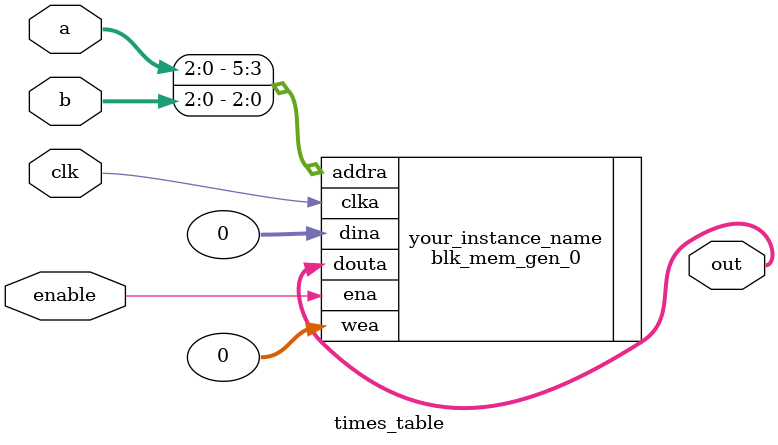
<source format=v>


`timescale 1ns / 100ps

module times_table (
	input clk,
	input [2:0] a,
	input [2:0] b,
	input enable,
	output wire [5:0] out
	);


blk_mem_gen_0 your_instance_name (
  .clka(clk),    // input wire clka
  .ena(enable),      // input wire ena
  .wea(0),      // input wire [0 : 0] wea
  .addra({a,b}),  // input wire [5 : 0] addra
  .dina(0),    // input wire [5 : 0] dina
  .douta(out)  // output wire [5 : 0] douta
);

endmodule

</source>
